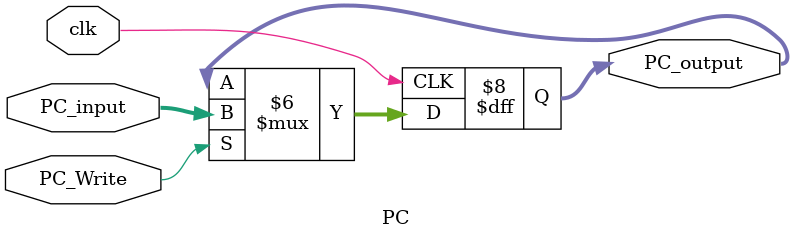
<source format=v>
`timescale 1ns / 1ns

module adder(input [31 : 0]a, b, output [31 : 0]sum);

assign sum = a + b;

endmodule

module MUX_2_To_1(input[31 : 0]input_0, input_1, input select, output[31 : 0]selected_output);

assign selected_output = select ? input_1 : input_0;

endmodule

module MUX_2_To_1_5_bit(input[4 : 0]input_0, input_1, input select, output[4 : 0]selected_output);

assign selected_output = select ? input_1 : input_0;

endmodule

module MUX_2_To_1_11_bit(input[10 : 0]input_0, input_1, input select, output[10 : 0]selected_output);

assign selected_output = select ? input_1 : input_0;

endmodule

module MUX_3_To_1(input[31 : 0]input_0, input_1, input_2, input[1 : 0]select, output[31 : 0]selected_output);

assign selected_output = (select == 2'b10) ? input_2 : 
                         (select == 2'b01) ? input_1 : 
                          input_0;
endmodule

module ALU(input [31 : 0]A, B ,input [2:0]ALU_operation ,output reg [31 : 0]ALU_Result, output reg zero);

always @(ALU_operation or A or B) begin
    case(ALU_operation)
	0: //ADD
	   ALU_Result = A + B;
	1: //SUB
	   ALU_Result = A - B;
	2: //AND
	   ALU_Result = A && B;
	3: //OR
	   ALU_Result = A || B;
	4: //SLT
           ALU_Result = (A < B) ? 1 : 0;
     endcase
end

always @(ALU_Result) begin    if(ALU_Result == 0)       zero = 1;    else       zero = 0;end

endmodule

module Data_Memory(input clk, Mem_Read, Mem_Write, input [31 : 0]Address, Write_Data, Read_Data);

reg  [31 : 0] data_memory [0 : 1023];
wire [9 : 0] Memory_Address;

assign Memory_Address = Address[11 : 2];

initial begin 
$readmemh("C:/Users/HP/Dropbox/PC/Desktop/Data_inputs.txt", data_memory);
end

always @(negedge clk) begin
if(Mem_Write)
   data_memory[Memory_Address] = Write_Data;
end

assign Read_Data = (Mem_Read == 1) ? data_memory[Memory_Address] : 32'b0;

always @(posedge clk) begin
$writememh("C:/Users/HP/Dropbox/PC/Desktop/Data_Memory.txt", data_memory);
end
	
endmodule

module Instruction_Memory(input [31 : 0]Address_of_Instruction, output[31 : 0]Instruction);

reg [31:0] instruction_memory [0 : 1023];

initial begin
$readmemh("C:/Users/HP/Dropbox/PC/Desktop/Instructions.txt", instruction_memory);
end

assign Instruction = instruction_memory[Address_of_Instruction >> 2];

endmodule

module Register_File(input clk, Reg_Write, input [4 : 0]Read_Register1, Read_Register2, Write_Register, input [31 : 0]Write_Data, output [31 : 0]Read_Data1, Read_Data2);

reg [31 : 0] Register [0 : 31];

integer k;
initial begin 
for(k = 0; k < 32; k = k + 1)
   Register[k] = 32'b0;
end

always @(posedge clk) begin

if(Reg_Write == 1) 
   Register[Write_Register] = Write_Data;

end

assign Read_Data1 = Register[Read_Register1];
assign Read_Data2 = Register[Read_Register2];

endmodule 

module PC(input clk, PC_Write, input [31 : 0]PC_input, output reg[31 : 0]PC_output);

initial begin 
PC_output = 32'b0;
end

always@(posedge clk) begin 
if(PC_Write == 1)
   PC_output = PC_input;
end

endmodule

</source>
